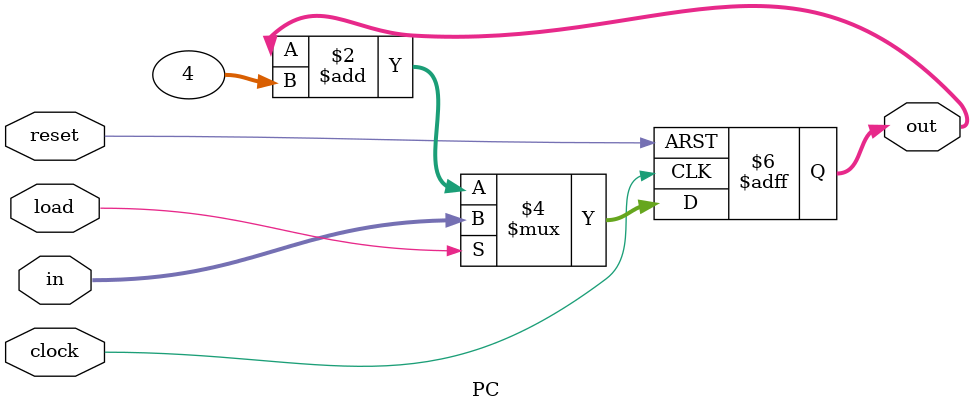
<source format=v>
module PC(in, load, out, reset, clock);
    input [31:0] in;
    input load, reset, clock;
    output [31:0] out;

    reg [31:0] out;

    always @(posedge clock, posedge reset) begin
        if(reset) begin
            out <= 32'h00000000;
        end else if(load) begin
            out <= in;
        end else begin
            out <= out + 32'h00000004;
        end
    end
endmodule

</source>
